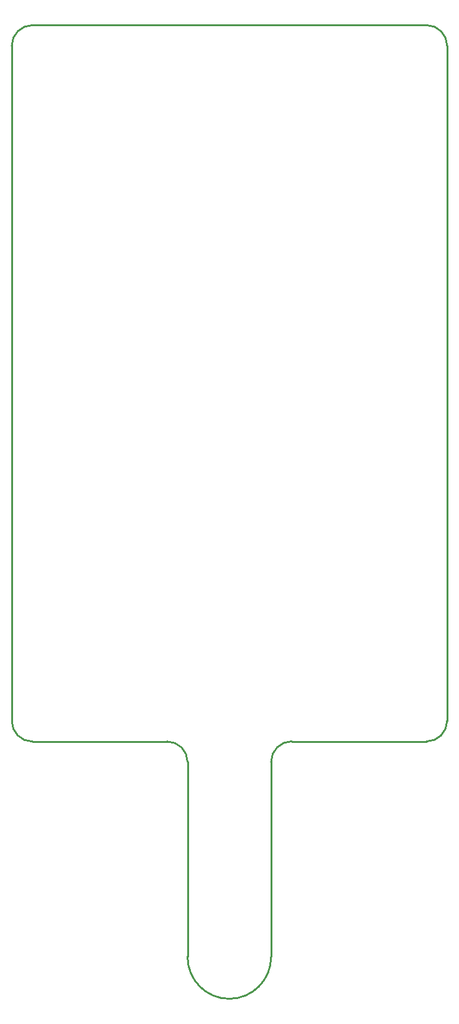
<source format=gbo>
G04 #@! TF.FileFunction,Legend,Bot*
%FSLAX46Y46*%
G04 Gerber Fmt 4.6, Leading zero omitted, Abs format (unit mm)*
G04 Created by KiCad (PCBNEW 0.201504221001+5618~22~ubuntu14.04.1-product) date Fri 24 Apr 2015 02:03:34 PM EDT*
%MOMM*%
G01*
G04 APERTURE LIST*
%ADD10C,0.100000*%
%ADD11C,0.228600*%
%ADD12C,4.210000*%
%ADD13C,8.274000*%
G04 APERTURE END LIST*
D10*
D11*
X49326800Y-151968200D02*
G75*
G03X60706000Y-151968200I5689600J0D01*
G01*
X60706000Y-125476000D02*
X60706000Y-151968200D01*
X49326800Y-125476000D02*
X49326800Y-151968200D01*
X63500000Y-122682000D02*
G75*
G03X60706000Y-125476000I0J-2794000D01*
G01*
X49326800Y-125476000D02*
G75*
G03X46558200Y-122707400I-2768600J0D01*
G01*
X63500000Y-122707400D02*
X81864200Y-122707400D01*
X28194000Y-122707400D02*
X46532800Y-122707400D01*
X28194000Y-25400000D02*
G75*
G03X25400000Y-28194000I0J-2794000D01*
G01*
X81864200Y-122707400D02*
G75*
G03X84658200Y-119913400I0J2794000D01*
G01*
X84658200Y-28194000D02*
X84658200Y-119913400D01*
X25400000Y-119913400D02*
G75*
G03X28194000Y-122707400I2794000J0D01*
G01*
X25400000Y-28194000D02*
X25400000Y-119913400D01*
X84658200Y-28194000D02*
G75*
G03X81864200Y-25400000I-2794000J0D01*
G01*
X28194000Y-25400000D02*
X81864200Y-25400000D01*
%LPC*%
D12*
X28194000Y-28194000D03*
X81864200Y-28194000D03*
X28194000Y-65735200D03*
X81864200Y-65735200D03*
X28194000Y-119913400D03*
X81864200Y-119913400D03*
D13*
X31089600Y-36499800D03*
X78943200Y-36499800D03*
X31089600Y-74041000D03*
X78943200Y-74041000D03*
X31089600Y-111607600D03*
X78943200Y-111607600D03*
X55016400Y-151968200D03*
M02*

</source>
